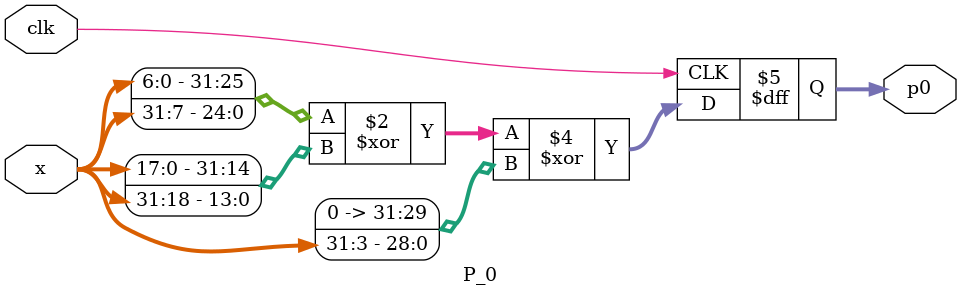
<source format=v>
module P_0(output reg[31:0]p0, input [31:0]x, input clk);
always @(posedge clk)
begin
p0 = ({x[6:0], x[31:7]})^({x[17:0], x[31:18]})^(x>>3);
end
endmodule

</source>
